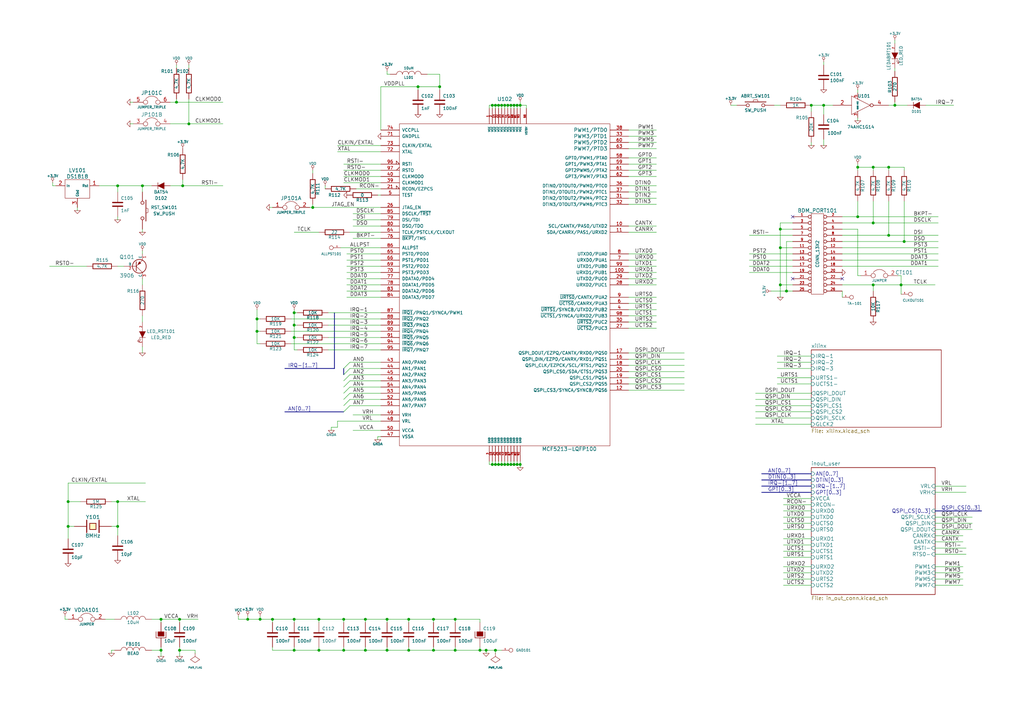
<source format=kicad_sch>
(kicad_sch (version 20210621) (generator eeschema)
  (paper "A3")
  (title_block (title "Dev kit coldfire 5213") (date "Sun 22 Mar 2015") (rev "0"))
  (junction (at 27.94 205.74) (diameter 1.016))
  (junction (at 27.94 215.9) (diameter 1.016))
  (junction (at 48.26 76.2) (diameter 1.016))
  (junction (at 48.26 205.74) (diameter 1.016))
  (junction (at 48.26 215.9) (diameter 1.016))
  (junction (at 58.42 76.2) (diameter 1.016))
  (junction (at 66.04 254) (diameter 1.016))
  (junction (at 66.04 266.7) (diameter 1.016))
  (junction (at 72.39 41.91) (diameter 1.016))
  (junction (at 73.66 254) (diameter 1.016))
  (junction (at 73.66 266.7) (diameter 1.016))
  (junction (at 74.93 76.2) (diameter 1.016))
  (junction (at 77.47 50.8) (diameter 1.016))
  (junction (at 101.6 254) (diameter 1.016))
  (junction (at 105.41 130.81) (diameter 1.016))
  (junction (at 105.41 135.89) (diameter 1.016))
  (junction (at 106.68 254) (diameter 1.016))
  (junction (at 111.76 254) (diameter 1.016))
  (junction (at 120.65 128.27) (diameter 1.016))
  (junction (at 120.65 133.35) (diameter 1.016))
  (junction (at 120.65 138.43) (diameter 1.016))
  (junction (at 120.65 254) (diameter 1.016))
  (junction (at 120.65 266.7) (diameter 1.016))
  (junction (at 128.27 85.09) (diameter 1.016))
  (junction (at 130.81 254) (diameter 1.016))
  (junction (at 130.81 266.7) (diameter 1.016))
  (junction (at 140.97 254) (diameter 1.016))
  (junction (at 140.97 266.7) (diameter 1.016))
  (junction (at 149.86 254) (diameter 1.016))
  (junction (at 149.86 266.7) (diameter 1.016))
  (junction (at 158.75 254) (diameter 1.016))
  (junction (at 158.75 266.7) (diameter 1.016))
  (junction (at 167.64 254) (diameter 1.016))
  (junction (at 167.64 266.7) (diameter 1.016))
  (junction (at 171.45 35.56) (diameter 1.016))
  (junction (at 177.8 254) (diameter 1.016))
  (junction (at 177.8 266.7) (diameter 1.016))
  (junction (at 180.34 35.56) (diameter 1.016))
  (junction (at 186.69 254) (diameter 1.016))
  (junction (at 186.69 266.7) (diameter 1.016))
  (junction (at 196.85 266.7) (diameter 1.016))
  (junction (at 199.39 266.7) (diameter 1.016))
  (junction (at 201.93 43.18) (diameter 1.016))
  (junction (at 201.93 190.5) (diameter 1.016))
  (junction (at 203.2 43.18) (diameter 1.016))
  (junction (at 203.2 190.5) (diameter 1.016))
  (junction (at 203.2 266.7) (diameter 1.016))
  (junction (at 204.47 43.18) (diameter 1.016))
  (junction (at 204.47 190.5) (diameter 1.016))
  (junction (at 205.74 43.18) (diameter 1.016))
  (junction (at 205.74 190.5) (diameter 1.016))
  (junction (at 207.01 43.18) (diameter 1.016))
  (junction (at 207.01 190.5) (diameter 1.016))
  (junction (at 208.28 43.18) (diameter 1.016))
  (junction (at 208.28 190.5) (diameter 1.016))
  (junction (at 209.55 43.18) (diameter 1.016))
  (junction (at 209.55 190.5) (diameter 1.016))
  (junction (at 210.82 43.18) (diameter 1.016))
  (junction (at 210.82 190.5) (diameter 1.016))
  (junction (at 212.09 43.18) (diameter 1.016))
  (junction (at 212.09 190.5) (diameter 1.016))
  (junction (at 213.36 43.18) (diameter 1.016))
  (junction (at 213.36 190.5) (diameter 1.016))
  (junction (at 320.04 93.98) (diameter 1.016))
  (junction (at 320.04 101.6) (diameter 1.016))
  (junction (at 320.04 116.84) (diameter 1.016))
  (junction (at 322.58 119.38) (diameter 1.016))
  (junction (at 332.74 43.18) (diameter 1.016))
  (junction (at 337.82 43.18) (diameter 1.016))
  (junction (at 351.79 68.58) (diameter 1.016))
  (junction (at 351.79 88.9) (diameter 1.016))
  (junction (at 358.14 68.58) (diameter 1.016))
  (junction (at 358.14 91.44) (diameter 1.016))
  (junction (at 358.14 116.84) (diameter 1.016))
  (junction (at 364.49 68.58) (diameter 1.016))
  (junction (at 364.49 96.52) (diameter 1.016))
  (junction (at 367.03 43.18) (diameter 1.016))
  (junction (at 369.57 116.84) (diameter 1.016))
  (junction (at 370.84 99.06) (diameter 1.016))
  (no_connect (at 325.12 88.9))
  (no_connect (at 325.12 114.3))
  (no_connect (at 345.44 114.3))
  (bus_entry (at 140.97 151.13) (size 2.54 -2.54) (stroke (width 0.1524)))
  (bus_entry (at 140.97 153.67) (size 2.54 -2.54) (stroke (width 0.1524)))
  (bus_entry (at 140.97 156.21) (size 2.54 -2.54) (stroke (width 0.1524)))
  (bus_entry (at 140.97 158.75) (size 2.54 -2.54) (stroke (width 0.1524)))
  (bus_entry (at 140.97 161.29) (size 2.54 -2.54) (stroke (width 0.1524)))
  (bus_entry (at 140.97 163.83) (size 2.54 -2.54) (stroke (width 0.1524)))
  (bus_entry (at 140.97 166.37) (size 2.54 -2.54) (stroke (width 0.1524)))
  (bus_entry (at 140.97 168.91) (size 2.54 -2.54) (stroke (width 0.1524)))
  (wire (pts (xy 21.59 74.93) (xy 21.59 76.2)))
  (wire (pts (xy 21.59 76.2) (xy 22.86 76.2)))
  (wire (pts (xy 26.67 254) (xy 26.67 252.73)))
  (wire (pts (xy 27.94 198.12) (xy 27.94 205.74)))
  (wire (pts (xy 27.94 205.74) (xy 27.94 215.9)))
  (wire (pts (xy 27.94 205.74) (xy 33.02 205.74)))
  (wire (pts (xy 27.94 215.9) (xy 27.94 220.98)))
  (wire (pts (xy 27.94 215.9) (xy 30.48 215.9)))
  (wire (pts (xy 27.94 254) (xy 26.67 254)))
  (wire (pts (xy 31.75 85.09) (xy 31.75 86.36)))
  (wire (pts (xy 35.56 109.22) (xy 20.32 109.22)))
  (wire (pts (xy 40.64 76.2) (xy 48.26 76.2)))
  (wire (pts (xy 43.18 254) (xy 46.99 254)))
  (wire (pts (xy 45.72 205.74) (xy 48.26 205.74)))
  (wire (pts (xy 45.72 215.9) (xy 48.26 215.9)))
  (wire (pts (xy 45.72 266.7) (xy 45.72 267.97)))
  (wire (pts (xy 46.99 266.7) (xy 45.72 266.7)))
  (wire (pts (xy 48.26 76.2) (xy 48.26 78.74)))
  (wire (pts (xy 48.26 76.2) (xy 58.42 76.2)))
  (wire (pts (xy 48.26 90.17) (xy 48.26 88.9)))
  (wire (pts (xy 48.26 109.22) (xy 50.8 109.22)))
  (wire (pts (xy 48.26 205.74) (xy 48.26 215.9)))
  (wire (pts (xy 48.26 205.74) (xy 59.69 205.74)))
  (wire (pts (xy 48.26 215.9) (xy 48.26 219.71)))
  (wire (pts (xy 54.61 41.91) (xy 53.34 41.91)))
  (wire (pts (xy 54.61 50.8) (xy 53.34 50.8)))
  (wire (pts (xy 58.42 76.2) (xy 62.23 76.2)))
  (wire (pts (xy 58.42 78.74) (xy 58.42 76.2)))
  (wire (pts (xy 58.42 95.25) (xy 58.42 93.98)))
  (wire (pts (xy 58.42 102.87) (xy 58.42 104.14)))
  (wire (pts (xy 58.42 114.3) (xy 58.42 116.84)))
  (wire (pts (xy 58.42 129.54) (xy 58.42 132.08)))
  (wire (pts (xy 58.42 142.24) (xy 58.42 144.78)))
  (wire (pts (xy 59.69 198.12) (xy 27.94 198.12)))
  (wire (pts (xy 62.23 254) (xy 66.04 254)))
  (wire (pts (xy 62.23 266.7) (xy 66.04 266.7)))
  (wire (pts (xy 66.04 254) (xy 73.66 254)))
  (wire (pts (xy 66.04 255.27) (xy 66.04 254)))
  (wire (pts (xy 66.04 265.43) (xy 66.04 266.7)))
  (wire (pts (xy 66.04 266.7) (xy 66.04 269.24)))
  (wire (pts (xy 69.85 41.91) (xy 72.39 41.91)))
  (wire (pts (xy 69.85 50.8) (xy 77.47 50.8)))
  (wire (pts (xy 69.85 76.2) (xy 74.93 76.2)))
  (wire (pts (xy 72.39 26.67) (xy 72.39 27.94)))
  (wire (pts (xy 72.39 40.64) (xy 72.39 41.91)))
  (wire (pts (xy 72.39 41.91) (xy 91.44 41.91)))
  (wire (pts (xy 73.66 254) (xy 73.66 255.27)))
  (wire (pts (xy 73.66 254) (xy 81.28 254)))
  (wire (pts (xy 73.66 265.43) (xy 73.66 266.7)))
  (wire (pts (xy 73.66 266.7) (xy 73.66 269.24)))
  (wire (pts (xy 74.93 73.66) (xy 74.93 76.2)))
  (wire (pts (xy 74.93 76.2) (xy 91.44 76.2)))
  (wire (pts (xy 77.47 27.94) (xy 77.47 26.67)))
  (wire (pts (xy 77.47 40.64) (xy 77.47 50.8)))
  (wire (pts (xy 77.47 50.8) (xy 91.44 50.8)))
  (wire (pts (xy 80.01 266.7) (xy 73.66 266.7)))
  (wire (pts (xy 80.01 267.97) (xy 80.01 266.7)))
  (wire (pts (xy 97.79 254) (xy 97.79 252.73)))
  (wire (pts (xy 97.79 254) (xy 101.6 254)))
  (wire (pts (xy 101.6 252.73) (xy 101.6 254)))
  (wire (pts (xy 101.6 254) (xy 106.68 254)))
  (wire (pts (xy 105.41 127) (xy 105.41 130.81)))
  (wire (pts (xy 105.41 130.81) (xy 105.41 135.89)))
  (wire (pts (xy 105.41 130.81) (xy 106.68 130.81)))
  (wire (pts (xy 105.41 135.89) (xy 105.41 140.97)))
  (wire (pts (xy 105.41 135.89) (xy 106.68 135.89)))
  (wire (pts (xy 105.41 140.97) (xy 106.68 140.97)))
  (wire (pts (xy 106.68 252.73) (xy 106.68 254)))
  (wire (pts (xy 106.68 254) (xy 111.76 254)))
  (wire (pts (xy 110.49 85.09) (xy 111.76 85.09)))
  (wire (pts (xy 111.76 254) (xy 111.76 255.27)))
  (wire (pts (xy 111.76 254) (xy 120.65 254)))
  (wire (pts (xy 111.76 265.43) (xy 111.76 266.7)))
  (wire (pts (xy 111.76 266.7) (xy 120.65 266.7)))
  (wire (pts (xy 119.38 130.81) (xy 156.21 130.81)))
  (wire (pts (xy 119.38 135.89) (xy 156.21 135.89)))
  (wire (pts (xy 119.38 140.97) (xy 156.21 140.97)))
  (wire (pts (xy 120.65 127) (xy 120.65 128.27)))
  (wire (pts (xy 120.65 128.27) (xy 120.65 133.35)))
  (wire (pts (xy 120.65 128.27) (xy 121.92 128.27)))
  (wire (pts (xy 120.65 133.35) (xy 120.65 138.43)))
  (wire (pts (xy 120.65 133.35) (xy 121.92 133.35)))
  (wire (pts (xy 120.65 138.43) (xy 120.65 143.51)))
  (wire (pts (xy 120.65 138.43) (xy 121.92 138.43)))
  (wire (pts (xy 120.65 143.51) (xy 121.92 143.51)))
  (wire (pts (xy 120.65 254) (xy 120.65 255.27)))
  (wire (pts (xy 120.65 254) (xy 130.81 254)))
  (wire (pts (xy 120.65 265.43) (xy 120.65 266.7)))
  (wire (pts (xy 120.65 266.7) (xy 130.81 266.7)))
  (wire (pts (xy 127 85.09) (xy 128.27 85.09)))
  (wire (pts (xy 128.27 69.85) (xy 128.27 71.12)))
  (wire (pts (xy 128.27 83.82) (xy 128.27 85.09)))
  (wire (pts (xy 128.27 85.09) (xy 156.21 85.09)))
  (wire (pts (xy 130.81 95.25) (xy 120.65 95.25)))
  (wire (pts (xy 130.81 254) (xy 130.81 255.27)))
  (wire (pts (xy 130.81 254) (xy 140.97 254)))
  (wire (pts (xy 130.81 266.7) (xy 130.81 265.43)))
  (wire (pts (xy 130.81 266.7) (xy 140.97 266.7)))
  (wire (pts (xy 133.35 77.47) (xy 133.35 76.2)))
  (wire (pts (xy 134.62 128.27) (xy 156.21 128.27)))
  (wire (pts (xy 134.62 133.35) (xy 156.21 133.35)))
  (wire (pts (xy 134.62 138.43) (xy 156.21 138.43)))
  (wire (pts (xy 134.62 143.51) (xy 156.21 143.51)))
  (wire (pts (xy 135.89 175.26) (xy 138.43 175.26)))
  (wire (pts (xy 135.89 176.53) (xy 135.89 175.26)))
  (wire (pts (xy 138.43 59.69) (xy 156.21 59.69)))
  (wire (pts (xy 138.43 62.23) (xy 156.21 62.23)))
  (wire (pts (xy 138.43 172.72) (xy 156.21 172.72)))
  (wire (pts (xy 138.43 175.26) (xy 138.43 172.72)))
  (wire (pts (xy 140.97 67.31) (xy 156.21 67.31)))
  (wire (pts (xy 140.97 69.85) (xy 156.21 69.85)))
  (wire (pts (xy 140.97 72.39) (xy 156.21 72.39)))
  (wire (pts (xy 140.97 74.93) (xy 156.21 74.93)))
  (wire (pts (xy 140.97 254) (xy 140.97 255.27)))
  (wire (pts (xy 140.97 254) (xy 149.86 254)))
  (wire (pts (xy 140.97 266.7) (xy 140.97 265.43)))
  (wire (pts (xy 140.97 266.7) (xy 149.86 266.7)))
  (wire (pts (xy 144.78 87.63) (xy 156.21 87.63)))
  (wire (pts (xy 144.78 90.17) (xy 156.21 90.17)))
  (wire (pts (xy 144.78 92.71) (xy 156.21 92.71)))
  (wire (pts (xy 144.78 97.79) (xy 156.21 97.79)))
  (wire (pts (xy 144.78 170.18) (xy 156.21 170.18)))
  (wire (pts (xy 149.86 254) (xy 149.86 255.27)))
  (wire (pts (xy 149.86 254) (xy 158.75 254)))
  (wire (pts (xy 149.86 266.7) (xy 149.86 265.43)))
  (wire (pts (xy 149.86 266.7) (xy 158.75 266.7)))
  (wire (pts (xy 154.94 179.07) (xy 154.94 180.34)))
  (wire (pts (xy 156.21 35.56) (xy 156.21 53.34)))
  (wire (pts (xy 156.21 35.56) (xy 171.45 35.56)))
  (wire (pts (xy 156.21 77.47) (xy 146.05 77.47)))
  (wire (pts (xy 156.21 80.01) (xy 154.94 80.01)))
  (wire (pts (xy 156.21 95.25) (xy 143.51 95.25)))
  (wire (pts (xy 156.21 101.6) (xy 139.7 101.6)))
  (wire (pts (xy 156.21 104.14) (xy 142.24 104.14)))
  (wire (pts (xy 156.21 106.68) (xy 142.24 106.68)))
  (wire (pts (xy 156.21 109.22) (xy 142.24 109.22)))
  (wire (pts (xy 156.21 111.76) (xy 142.24 111.76)))
  (wire (pts (xy 156.21 114.3) (xy 142.24 114.3)))
  (wire (pts (xy 156.21 116.84) (xy 142.24 116.84)))
  (wire (pts (xy 156.21 119.38) (xy 142.24 119.38)))
  (wire (pts (xy 156.21 121.92) (xy 142.24 121.92)))
  (wire (pts (xy 156.21 148.59) (xy 143.51 148.59)))
  (wire (pts (xy 156.21 151.13) (xy 143.51 151.13)))
  (wire (pts (xy 156.21 153.67) (xy 143.51 153.67)))
  (wire (pts (xy 156.21 156.21) (xy 143.51 156.21)))
  (wire (pts (xy 156.21 158.75) (xy 143.51 158.75)))
  (wire (pts (xy 156.21 161.29) (xy 143.51 161.29)))
  (wire (pts (xy 156.21 163.83) (xy 143.51 163.83)))
  (wire (pts (xy 156.21 166.37) (xy 143.51 166.37)))
  (wire (pts (xy 156.21 176.53) (xy 144.78 176.53)))
  (wire (pts (xy 156.21 179.07) (xy 154.94 179.07)))
  (wire (pts (xy 158.75 30.48) (xy 158.75 29.21)))
  (wire (pts (xy 158.75 254) (xy 158.75 255.27)))
  (wire (pts (xy 158.75 254) (xy 167.64 254)))
  (wire (pts (xy 158.75 266.7) (xy 158.75 265.43)))
  (wire (pts (xy 158.75 266.7) (xy 167.64 266.7)))
  (wire (pts (xy 160.02 30.48) (xy 158.75 30.48)))
  (wire (pts (xy 167.64 254) (xy 167.64 255.27)))
  (wire (pts (xy 167.64 254) (xy 177.8 254)))
  (wire (pts (xy 167.64 266.7) (xy 167.64 265.43)))
  (wire (pts (xy 167.64 266.7) (xy 177.8 266.7)))
  (wire (pts (xy 171.45 35.56) (xy 180.34 35.56)))
  (wire (pts (xy 171.45 36.83) (xy 171.45 35.56)))
  (wire (pts (xy 175.26 30.48) (xy 180.34 30.48)))
  (wire (pts (xy 177.8 254) (xy 177.8 255.27)))
  (wire (pts (xy 177.8 254) (xy 186.69 254)))
  (wire (pts (xy 177.8 266.7) (xy 177.8 265.43)))
  (wire (pts (xy 177.8 266.7) (xy 186.69 266.7)))
  (wire (pts (xy 180.34 30.48) (xy 180.34 35.56)))
  (wire (pts (xy 180.34 35.56) (xy 180.34 36.83)))
  (wire (pts (xy 186.69 254) (xy 196.85 254)))
  (wire (pts (xy 186.69 255.27) (xy 186.69 254)))
  (wire (pts (xy 186.69 266.7) (xy 186.69 265.43)))
  (wire (pts (xy 186.69 266.7) (xy 196.85 266.7)))
  (wire (pts (xy 196.85 254) (xy 196.85 255.27)))
  (wire (pts (xy 196.85 266.7) (xy 196.85 265.43)))
  (wire (pts (xy 196.85 266.7) (xy 199.39 266.7)))
  (wire (pts (xy 199.39 266.7) (xy 199.39 267.97)))
  (wire (pts (xy 199.39 266.7) (xy 203.2 266.7)))
  (wire (pts (xy 200.66 43.18) (xy 201.93 43.18)))
  (wire (pts (xy 200.66 44.45) (xy 200.66 43.18)))
  (wire (pts (xy 200.66 190.5) (xy 200.66 189.23)))
  (wire (pts (xy 200.66 190.5) (xy 201.93 190.5)))
  (wire (pts (xy 201.93 43.18) (xy 203.2 43.18)))
  (wire (pts (xy 201.93 44.45) (xy 201.93 43.18)))
  (wire (pts (xy 201.93 190.5) (xy 201.93 189.23)))
  (wire (pts (xy 201.93 190.5) (xy 203.2 190.5)))
  (wire (pts (xy 203.2 43.18) (xy 203.2 44.45)))
  (wire (pts (xy 203.2 43.18) (xy 204.47 43.18)))
  (wire (pts (xy 203.2 190.5) (xy 203.2 189.23)))
  (wire (pts (xy 203.2 190.5) (xy 204.47 190.5)))
  (wire (pts (xy 203.2 266.7) (xy 205.74 266.7)))
  (wire (pts (xy 203.2 267.97) (xy 203.2 266.7)))
  (wire (pts (xy 204.47 43.18) (xy 204.47 44.45)))
  (wire (pts (xy 204.47 43.18) (xy 205.74 43.18)))
  (wire (pts (xy 204.47 190.5) (xy 204.47 189.23)))
  (wire (pts (xy 204.47 190.5) (xy 205.74 190.5)))
  (wire (pts (xy 205.74 43.18) (xy 205.74 44.45)))
  (wire (pts (xy 205.74 43.18) (xy 207.01 43.18)))
  (wire (pts (xy 205.74 190.5) (xy 205.74 189.23)))
  (wire (pts (xy 205.74 190.5) (xy 207.01 190.5)))
  (wire (pts (xy 207.01 43.18) (xy 207.01 44.45)))
  (wire (pts (xy 207.01 43.18) (xy 208.28 43.18)))
  (wire (pts (xy 207.01 190.5) (xy 207.01 189.23)))
  (wire (pts (xy 207.01 190.5) (xy 208.28 190.5)))
  (wire (pts (xy 208.28 43.18) (xy 208.28 44.45)))
  (wire (pts (xy 208.28 43.18) (xy 209.55 43.18)))
  (wire (pts (xy 208.28 190.5) (xy 208.28 189.23)))
  (wire (pts (xy 208.28 190.5) (xy 209.55 190.5)))
  (wire (pts (xy 209.55 43.18) (xy 209.55 44.45)))
  (wire (pts (xy 209.55 43.18) (xy 210.82 43.18)))
  (wire (pts (xy 209.55 190.5) (xy 209.55 189.23)))
  (wire (pts (xy 209.55 190.5) (xy 210.82 190.5)))
  (wire (pts (xy 210.82 43.18) (xy 210.82 44.45)))
  (wire (pts (xy 210.82 43.18) (xy 212.09 43.18)))
  (wire (pts (xy 210.82 190.5) (xy 210.82 189.23)))
  (wire (pts (xy 210.82 190.5) (xy 212.09 190.5)))
  (wire (pts (xy 212.09 43.18) (xy 212.09 44.45)))
  (wire (pts (xy 212.09 43.18) (xy 213.36 43.18)))
  (wire (pts (xy 212.09 190.5) (xy 212.09 189.23)))
  (wire (pts (xy 212.09 190.5) (xy 213.36 190.5)))
  (wire (pts (xy 213.36 41.91) (xy 213.36 43.18)))
  (wire (pts (xy 213.36 43.18) (xy 213.36 44.45)))
  (wire (pts (xy 213.36 43.18) (xy 215.9 43.18)))
  (wire (pts (xy 213.36 189.23) (xy 213.36 190.5)))
  (wire (pts (xy 213.36 190.5) (xy 213.36 191.77)))
  (wire (pts (xy 215.9 43.18) (xy 215.9 44.45)))
  (wire (pts (xy 257.81 144.78) (xy 280.67 144.78)))
  (wire (pts (xy 257.81 147.32) (xy 280.67 147.32)))
  (wire (pts (xy 257.81 149.86) (xy 280.67 149.86)))
  (wire (pts (xy 257.81 152.4) (xy 280.67 152.4)))
  (wire (pts (xy 257.81 154.94) (xy 280.67 154.94)))
  (wire (pts (xy 257.81 157.48) (xy 280.67 157.48)))
  (wire (pts (xy 257.81 160.02) (xy 280.67 160.02)))
  (wire (pts (xy 269.24 53.34) (xy 257.81 53.34)))
  (wire (pts (xy 269.24 55.88) (xy 257.81 55.88)))
  (wire (pts (xy 269.24 58.42) (xy 257.81 58.42)))
  (wire (pts (xy 269.24 60.96) (xy 257.81 60.96)))
  (wire (pts (xy 269.24 64.77) (xy 257.81 64.77)))
  (wire (pts (xy 269.24 67.31) (xy 257.81 67.31)))
  (wire (pts (xy 269.24 69.85) (xy 257.81 69.85)))
  (wire (pts (xy 269.24 72.39) (xy 257.81 72.39)))
  (wire (pts (xy 269.24 76.2) (xy 257.81 76.2)))
  (wire (pts (xy 269.24 78.74) (xy 257.81 78.74)))
  (wire (pts (xy 269.24 81.28) (xy 257.81 81.28)))
  (wire (pts (xy 269.24 83.82) (xy 257.81 83.82)))
  (wire (pts (xy 269.24 92.71) (xy 257.81 92.71)))
  (wire (pts (xy 269.24 95.25) (xy 257.81 95.25)))
  (wire (pts (xy 269.24 104.14) (xy 257.81 104.14)))
  (wire (pts (xy 269.24 106.68) (xy 257.81 106.68)))
  (wire (pts (xy 269.24 109.22) (xy 257.81 109.22)))
  (wire (pts (xy 269.24 111.76) (xy 257.81 111.76)))
  (wire (pts (xy 269.24 114.3) (xy 257.81 114.3)))
  (wire (pts (xy 269.24 116.84) (xy 257.81 116.84)))
  (wire (pts (xy 269.24 121.92) (xy 257.81 121.92)))
  (wire (pts (xy 269.24 124.46) (xy 257.81 124.46)))
  (wire (pts (xy 269.24 127) (xy 257.81 127)))
  (wire (pts (xy 269.24 129.54) (xy 257.81 129.54)))
  (wire (pts (xy 269.24 132.08) (xy 257.81 132.08)))
  (wire (pts (xy 269.24 134.62) (xy 257.81 134.62)))
  (wire (pts (xy 299.72 43.18) (xy 302.26 43.18)))
  (wire (pts (xy 307.34 96.52) (xy 325.12 96.52)))
  (wire (pts (xy 309.88 173.99) (xy 332.74 173.99)))
  (wire (pts (xy 316.23 119.38) (xy 322.58 119.38)))
  (wire (pts (xy 317.5 43.18) (xy 320.04 43.18)))
  (wire (pts (xy 318.77 146.05) (xy 332.74 146.05)))
  (wire (pts (xy 318.77 148.59) (xy 332.74 148.59)))
  (wire (pts (xy 318.77 151.13) (xy 332.74 151.13)))
  (wire (pts (xy 318.77 154.94) (xy 332.74 154.94)))
  (wire (pts (xy 318.77 157.48) (xy 332.74 157.48)))
  (wire (pts (xy 320.04 91.44) (xy 320.04 93.98)))
  (wire (pts (xy 320.04 91.44) (xy 325.12 91.44)))
  (wire (pts (xy 320.04 93.98) (xy 320.04 101.6)))
  (wire (pts (xy 320.04 101.6) (xy 320.04 116.84)))
  (wire (pts (xy 320.04 101.6) (xy 325.12 101.6)))
  (wire (pts (xy 320.04 116.84) (xy 320.04 121.92)))
  (wire (pts (xy 320.04 116.84) (xy 325.12 116.84)))
  (wire (pts (xy 321.31 204.47) (xy 332.74 204.47)))
  (wire (pts (xy 321.31 207.01) (xy 332.74 207.01)))
  (wire (pts (xy 322.58 99.06) (xy 322.58 119.38)))
  (wire (pts (xy 322.58 119.38) (xy 325.12 119.38)))
  (wire (pts (xy 325.12 93.98) (xy 320.04 93.98)))
  (wire (pts (xy 325.12 99.06) (xy 322.58 99.06)))
  (wire (pts (xy 325.12 104.14) (xy 307.34 104.14)))
  (wire (pts (xy 325.12 106.68) (xy 307.34 106.68)))
  (wire (pts (xy 325.12 109.22) (xy 307.34 109.22)))
  (wire (pts (xy 325.12 111.76) (xy 307.34 111.76)))
  (wire (pts (xy 332.74 43.18) (xy 332.74 45.72)))
  (wire (pts (xy 332.74 43.18) (xy 337.82 43.18)))
  (wire (pts (xy 332.74 59.69) (xy 332.74 58.42)))
  (wire (pts (xy 332.74 161.29) (xy 309.88 161.29)))
  (wire (pts (xy 332.74 163.83) (xy 309.88 163.83)))
  (wire (pts (xy 332.74 166.37) (xy 309.88 166.37)))
  (wire (pts (xy 332.74 168.91) (xy 309.88 168.91)))
  (wire (pts (xy 332.74 171.45) (xy 309.88 171.45)))
  (wire (pts (xy 332.74 209.55) (xy 321.31 209.55)))
  (wire (pts (xy 332.74 212.09) (xy 321.31 212.09)))
  (wire (pts (xy 332.74 214.63) (xy 321.31 214.63)))
  (wire (pts (xy 332.74 217.17) (xy 321.31 217.17)))
  (wire (pts (xy 332.74 220.98) (xy 321.31 220.98)))
  (wire (pts (xy 332.74 223.52) (xy 321.31 223.52)))
  (wire (pts (xy 332.74 226.06) (xy 321.31 226.06)))
  (wire (pts (xy 332.74 228.6) (xy 321.31 228.6)))
  (wire (pts (xy 332.74 232.41) (xy 321.31 232.41)))
  (wire (pts (xy 332.74 234.95) (xy 321.31 234.95)))
  (wire (pts (xy 332.74 237.49) (xy 321.31 237.49)))
  (wire (pts (xy 332.74 240.03) (xy 321.31 240.03)))
  (wire (pts (xy 337.82 25.4) (xy 337.82 26.67)))
  (wire (pts (xy 337.82 43.18) (xy 341.63 43.18)))
  (wire (pts (xy 337.82 46.99) (xy 337.82 43.18)))
  (wire (pts (xy 337.82 59.69) (xy 337.82 57.15)))
  (wire (pts (xy 345.44 88.9) (xy 351.79 88.9)))
  (wire (pts (xy 345.44 91.44) (xy 358.14 91.44)))
  (wire (pts (xy 345.44 93.98) (xy 351.79 93.98)))
  (wire (pts (xy 345.44 96.52) (xy 364.49 96.52)))
  (wire (pts (xy 345.44 99.06) (xy 370.84 99.06)))
  (wire (pts (xy 345.44 116.84) (xy 358.14 116.84)))
  (wire (pts (xy 345.44 119.38) (xy 345.44 121.92)))
  (wire (pts (xy 351.79 36.83) (xy 351.79 38.1)))
  (wire (pts (xy 351.79 49.53) (xy 351.79 48.26)))
  (wire (pts (xy 351.79 67.31) (xy 351.79 68.58)))
  (wire (pts (xy 351.79 68.58) (xy 351.79 69.85)))
  (wire (pts (xy 351.79 68.58) (xy 358.14 68.58)))
  (wire (pts (xy 351.79 82.55) (xy 351.79 88.9)))
  (wire (pts (xy 351.79 88.9) (xy 384.81 88.9)))
  (wire (pts (xy 351.79 93.98) (xy 351.79 113.03)))
  (wire (pts (xy 353.06 113.03) (xy 351.79 113.03)))
  (wire (pts (xy 358.14 68.58) (xy 358.14 69.85)))
  (wire (pts (xy 358.14 68.58) (xy 364.49 68.58)))
  (wire (pts (xy 358.14 82.55) (xy 358.14 91.44)))
  (wire (pts (xy 358.14 91.44) (xy 384.81 91.44)))
  (wire (pts (xy 358.14 116.84) (xy 358.14 119.38)))
  (wire (pts (xy 358.14 116.84) (xy 369.57 116.84)))
  (wire (pts (xy 364.49 43.18) (xy 367.03 43.18)))
  (wire (pts (xy 364.49 68.58) (xy 364.49 69.85)))
  (wire (pts (xy 364.49 68.58) (xy 370.84 68.58)))
  (wire (pts (xy 364.49 82.55) (xy 364.49 96.52)))
  (wire (pts (xy 364.49 96.52) (xy 384.81 96.52)))
  (wire (pts (xy 367.03 16.51) (xy 367.03 17.78)))
  (wire (pts (xy 367.03 29.21) (xy 367.03 27.94)))
  (wire (pts (xy 367.03 41.91) (xy 367.03 43.18)))
  (wire (pts (xy 367.03 43.18) (xy 372.11 43.18)))
  (wire (pts (xy 369.57 113.03) (xy 368.3 113.03)))
  (wire (pts (xy 369.57 113.03) (xy 369.57 116.84)))
  (wire (pts (xy 369.57 116.84) (xy 369.57 120.65)))
  (wire (pts (xy 369.57 116.84) (xy 383.54 116.84)))
  (wire (pts (xy 370.84 68.58) (xy 370.84 69.85)))
  (wire (pts (xy 370.84 82.55) (xy 370.84 99.06)))
  (wire (pts (xy 370.84 99.06) (xy 384.81 99.06)))
  (wire (pts (xy 383.54 212.09) (xy 398.78 212.09)))
  (wire (pts (xy 383.54 214.63) (xy 398.78 214.63)))
  (wire (pts (xy 383.54 217.17) (xy 398.78 217.17)))
  (wire (pts (xy 383.54 224.79) (xy 396.24 224.79)))
  (wire (pts (xy 383.54 227.33) (xy 396.24 227.33)))
  (wire (pts (xy 384.81 101.6) (xy 345.44 101.6)))
  (wire (pts (xy 384.81 104.14) (xy 345.44 104.14)))
  (wire (pts (xy 384.81 106.68) (xy 345.44 106.68)))
  (wire (pts (xy 384.81 109.22) (xy 345.44 109.22)))
  (wire (pts (xy 391.16 43.18) (xy 379.73 43.18)))
  (wire (pts (xy 394.97 219.71) (xy 383.54 219.71)))
  (wire (pts (xy 394.97 222.25) (xy 383.54 222.25)))
  (wire (pts (xy 394.97 232.41) (xy 383.54 232.41)))
  (wire (pts (xy 394.97 234.95) (xy 383.54 234.95)))
  (wire (pts (xy 394.97 237.49) (xy 383.54 237.49)))
  (wire (pts (xy 394.97 240.03) (xy 383.54 240.03)))
  (wire (pts (xy 396.24 199.39) (xy 383.54 199.39)))
  (wire (pts (xy 396.24 201.93) (xy 383.54 201.93)))
  (bus (pts (xy 137.16 128.27) (xy 137.16 151.13)))
  (bus (pts (xy 137.16 151.13) (xy 116.84 151.13)))
  (bus (pts (xy 140.97 151.13) (xy 140.97 168.91)))
  (bus (pts (xy 140.97 168.91) (xy 116.84 168.91)))
  (bus (pts (xy 312.42 194.31) (xy 332.74 194.31)))
  (bus (pts (xy 312.42 196.85) (xy 332.74 196.85)))
  (bus (pts (xy 312.42 199.39) (xy 332.74 199.39)))
  (bus (pts (xy 312.42 201.93) (xy 332.74 201.93)))
  (bus (pts (xy 402.59 209.55) (xy 383.54 209.55)))
  (label "CLKIN/EXTAL" (at 29.21 198.12 0) (effects (font (size 1.524 1.524))))
  (label "RSTO-" (at 30.48 109.22 180) (effects (font (size 1.524 1.524))))
  (label "XTAL" (at 52.07 205.74 0) (effects (font (size 1.524 1.524))))
  (label "VCCA" (at 67.31 254 0) (effects (font (size 1.524 1.524))))
  (label "CLKMOD0" (at 80.01 41.91 0) (effects (font (size 1.524 1.524))))
  (label "CLKMOD1" (at 80.01 50.8 0) (effects (font (size 1.524 1.524))))
  (label "VRH" (at 81.28 254 180) (effects (font (size 1.524 1.524))))
  (label "RSTI-" (at 82.55 76.2 0) (effects (font (size 1.524 1.524))))
  (label "IRQ-[1..7]" (at 118.11 151.13 0) (effects (font (size 1.524 1.524))))
  (label "AN[0..7]" (at 118.11 168.91 0) (effects (font (size 1.524 1.524))))
  (label "TCLK" (at 121.92 95.25 0) (effects (font (size 1.524 1.524))))
  (label "JTAG_EN" (at 135.89 85.09 0) (effects (font (size 1.524 1.524))))
  (label "CLKIN/EXTAL" (at 138.43 59.69 0) (effects (font (size 1.524 1.524))))
  (label "XTAL" (at 138.43 62.23 0) (effects (font (size 1.524 1.524))))
  (label "CLKMOD0" (at 140.97 72.39 0) (effects (font (size 1.524 1.524))))
  (label "CLKMOD1" (at 140.97 74.93 0) (effects (font (size 1.524 1.524))))
  (label "RSTI-" (at 142.24 67.31 0) (effects (font (size 1.524 1.524))))
  (label "RSTO-" (at 142.24 69.85 0) (effects (font (size 1.524 1.524))))
  (label "ALLPST" (at 143.51 101.6 0) (effects (font (size 1.524 1.524))))
  (label "PST0" (at 143.51 104.14 0) (effects (font (size 1.524 1.524))))
  (label "PST1" (at 143.51 106.68 0) (effects (font (size 1.524 1.524))))
  (label "PST2" (at 143.51 109.22 0) (effects (font (size 1.524 1.524))))
  (label "PST3" (at 143.51 111.76 0) (effects (font (size 1.524 1.524))))
  (label "DDAT0" (at 143.51 114.3 0) (effects (font (size 1.524 1.524))))
  (label "DDAT1" (at 143.51 116.84 0) (effects (font (size 1.524 1.524))))
  (label "DDAT2" (at 143.51 119.38 0) (effects (font (size 1.524 1.524))))
  (label "DDAT3" (at 143.51 121.92 0) (effects (font (size 1.524 1.524))))
  (label "IRQ-1" (at 143.51 128.27 0) (effects (font (size 1.524 1.524))))
  (label "IRQ-2" (at 143.51 130.81 0) (effects (font (size 1.524 1.524))))
  (label "IRQ-3" (at 143.51 133.35 0) (effects (font (size 1.524 1.524))))
  (label "IRQ-4" (at 143.51 135.89 0) (effects (font (size 1.524 1.524))))
  (label "IRQ-5" (at 143.51 138.43 0) (effects (font (size 1.524 1.524))))
  (label "IRQ-6" (at 143.51 140.97 0) (effects (font (size 1.524 1.524))))
  (label "IRQ-7" (at 143.51 143.51 0) (effects (font (size 1.524 1.524))))
  (label "AN0" (at 144.78 148.59 0) (effects (font (size 1.524 1.524))))
  (label "AN1" (at 144.78 151.13 0) (effects (font (size 1.524 1.524))))
  (label "AN2" (at 144.78 153.67 0) (effects (font (size 1.524 1.524))))
  (label "AN3" (at 144.78 156.21 0) (effects (font (size 1.524 1.524))))
  (label "AN4" (at 144.78 158.75 0) (effects (font (size 1.524 1.524))))
  (label "AN5" (at 144.78 161.29 0) (effects (font (size 1.524 1.524))))
  (label "AN6" (at 144.78 163.83 0) (effects (font (size 1.524 1.524))))
  (label "AN7" (at 144.78 166.37 0) (effects (font (size 1.524 1.524))))
  (label "DSCLK" (at 146.05 87.63 0) (effects (font (size 1.524 1.524))))
  (label "DSI" (at 146.05 90.17 0) (effects (font (size 1.524 1.524))))
  (label "DSO" (at 146.05 92.71 0) (effects (font (size 1.524 1.524))))
  (label "BKPT-" (at 146.05 97.79 0) (effects (font (size 1.524 1.524))))
  (label "RCON-" (at 147.32 77.47 0) (effects (font (size 1.524 1.524))))
  (label "VCCA" (at 147.32 176.53 0) (effects (font (size 1.524 1.524))))
  (label "VRH" (at 148.59 170.18 0) (effects (font (size 1.524 1.524))))
  (label "VRL" (at 148.59 172.72 0) (effects (font (size 1.524 1.524))))
  (label "VDDPLL" (at 157.48 35.56 0) (effects (font (size 1.524 1.524))))
  (label "DTIN0" (at 260.35 76.2 0) (effects (font (size 1.524 1.524))))
  (label "DTIN1" (at 260.35 78.74 0) (effects (font (size 1.524 1.524))))
  (label "DTIN2" (at 260.35 81.28 0) (effects (font (size 1.524 1.524))))
  (label "DTIN3" (at 260.35 83.82 0) (effects (font (size 1.524 1.524))))
  (label "CANTX" (at 260.35 92.71 0) (effects (font (size 1.524 1.524))))
  (label "CANRX" (at 260.35 95.25 0) (effects (font (size 1.524 1.524))))
  (label "UTXD0" (at 260.35 104.14 0) (effects (font (size 1.524 1.524))))
  (label "URXD0" (at 260.35 106.68 0) (effects (font (size 1.524 1.524))))
  (label "UTXD1" (at 260.35 109.22 0) (effects (font (size 1.524 1.524))))
  (label "URXD1" (at 260.35 111.76 0) (effects (font (size 1.524 1.524))))
  (label "UTXD2" (at 260.35 114.3 0) (effects (font (size 1.524 1.524))))
  (label "URXD2" (at 260.35 116.84 0) (effects (font (size 1.524 1.524))))
  (label "URTS0" (at 260.35 121.92 0) (effects (font (size 1.524 1.524))))
  (label "UCTS0" (at 260.35 124.46 0) (effects (font (size 1.524 1.524))))
  (label "URTS1" (at 260.35 127 0) (effects (font (size 1.524 1.524))))
  (label "UCTS1" (at 260.35 129.54 0) (effects (font (size 1.524 1.524))))
  (label "URTS2" (at 260.35 132.08 0) (effects (font (size 1.524 1.524))))
  (label "UCTS2" (at 260.35 134.62 0) (effects (font (size 1.524 1.524))))
  (label "DSPI_DOUT" (at 260.35 144.78 0) (effects (font (size 1.524 1.524))))
  (label "QSPI_DIN" (at 260.35 147.32 0) (effects (font (size 1.524 1.524))))
  (label "QSPI_CLK" (at 260.35 149.86 0) (effects (font (size 1.524 1.524))))
  (label "QSPI_CS0" (at 260.35 152.4 0) (effects (font (size 1.524 1.524))))
  (label "QSPI_CS1" (at 260.35 154.94 0) (effects (font (size 1.524 1.524))))
  (label "QSPI_CS2" (at 260.35 157.48 0) (effects (font (size 1.524 1.524))))
  (label "QSPI_CS3" (at 260.35 160.02 0) (effects (font (size 1.524 1.524))))
  (label "PWM1" (at 261.62 53.34 0) (effects (font (size 1.524 1.524))))
  (label "PWM3" (at 261.62 55.88 0) (effects (font (size 1.524 1.524))))
  (label "PWM5" (at 261.62 58.42 0) (effects (font (size 1.524 1.524))))
  (label "PWM7" (at 261.62 60.96 0) (effects (font (size 1.524 1.524))))
  (label "GPT0" (at 261.62 64.77 0) (effects (font (size 1.524 1.524))))
  (label "GPT1" (at 261.62 67.31 0) (effects (font (size 1.524 1.524))))
  (label "GPT2" (at 261.62 69.85 0) (effects (font (size 1.524 1.524))))
  (label "GPT3" (at 261.62 72.39 0) (effects (font (size 1.524 1.524))))
  (label "RSTI-" (at 308.61 96.52 0) (effects (font (size 1.524 1.524))))
  (label "PST2" (at 308.61 104.14 0) (effects (font (size 1.524 1.524))))
  (label "PST0" (at 308.61 106.68 0) (effects (font (size 1.524 1.524))))
  (label "DDAT2" (at 308.61 109.22 0) (effects (font (size 1.524 1.524))))
  (label "DDAT0" (at 308.61 111.76 0) (effects (font (size 1.524 1.524))))
  (label "DSPI_DOUT" (at 313.69 161.29 0) (effects (font (size 1.524 1.524))))
  (label "QSPI_DIN" (at 313.69 163.83 0) (effects (font (size 1.524 1.524))))
  (label "QSPI_CS1" (at 313.69 166.37 0) (effects (font (size 1.524 1.524))))
  (label "QSPI_CS2" (at 313.69 168.91 0) (effects (font (size 1.524 1.524))))
  (label "QSPI_CLK" (at 313.69 171.45 0) (effects (font (size 1.524 1.524))))
  (label "AN[0..7]" (at 314.96 194.31 0) (effects (font (size 1.524 1.524))))
  (label "DTIN[0..3]" (at 314.96 196.85 0) (effects (font (size 1.524 1.524))))
  (label "IRQ-[1..7]" (at 314.96 199.39 0) (effects (font (size 1.524 1.524))))
  (label "GPT[0..3]" (at 314.96 201.93 0) (effects (font (size 1.524 1.524))))
  (label "XTAL" (at 316.23 173.99 0) (effects (font (size 1.524 1.524))))
  (label "URTS1" (at 320.04 154.94 0) (effects (font (size 1.524 1.524))))
  (label "UCTS1" (at 320.04 157.48 0) (effects (font (size 1.524 1.524))))
  (label "IRQ-1" (at 321.31 146.05 0) (effects (font (size 1.524 1.524))))
  (label "IRQ-2" (at 321.31 148.59 0) (effects (font (size 1.524 1.524))))
  (label "IRQ-3" (at 321.31 151.13 0) (effects (font (size 1.524 1.524))))
  (label "VCCA" (at 322.58 204.47 0) (effects (font (size 1.524 1.524))))
  (label "RCON-" (at 322.58 207.01 0) (effects (font (size 1.524 1.524))))
  (label "URXD0" (at 322.58 209.55 0) (effects (font (size 1.524 1.524))))
  (label "UTXD0" (at 322.58 212.09 0) (effects (font (size 1.524 1.524))))
  (label "UCTS0" (at 322.58 214.63 0) (effects (font (size 1.524 1.524))))
  (label "URTS0" (at 322.58 217.17 0) (effects (font (size 1.524 1.524))))
  (label "URXD1" (at 322.58 220.98 0) (effects (font (size 1.524 1.524))))
  (label "UTXD1" (at 322.58 223.52 0) (effects (font (size 1.524 1.524))))
  (label "UCTS1" (at 322.58 226.06 0) (effects (font (size 1.524 1.524))))
  (label "URTS1" (at 322.58 228.6 0) (effects (font (size 1.524 1.524))))
  (label "URXD2" (at 322.58 232.41 0) (effects (font (size 1.524 1.524))))
  (label "UTXD2" (at 322.58 234.95 0) (effects (font (size 1.524 1.524))))
  (label "URTS2" (at 322.58 237.49 0) (effects (font (size 1.524 1.524))))
  (label "UCTS2" (at 322.58 240.03 0) (effects (font (size 1.524 1.524))))
  (label "DDAT3" (at 373.38 106.68 0) (effects (font (size 1.524 1.524))))
  (label "DDAT1" (at 373.38 109.22 0) (effects (font (size 1.524 1.524))))
  (label "BKPT-" (at 374.65 88.9 0) (effects (font (size 1.524 1.524))))
  (label "DSCLK" (at 374.65 91.44 0) (effects (font (size 1.524 1.524))))
  (label "DSI" (at 374.65 96.52 0) (effects (font (size 1.524 1.524))))
  (label "DSO" (at 374.65 99.06 0) (effects (font (size 1.524 1.524))))
  (label "PST3" (at 374.65 101.6 0) (effects (font (size 1.524 1.524))))
  (label "PST1" (at 374.65 104.14 0) (effects (font (size 1.524 1.524))))
  (label "TCLK" (at 374.65 116.84 0) (effects (font (size 1.524 1.524))))
  (label "VRL" (at 386.08 199.39 0) (effects (font (size 1.524 1.524))))
  (label "VRH" (at 386.08 201.93 0) (effects (font (size 1.524 1.524))))
  (label "QSPI_CS[0..3]" (at 386.08 209.55 0) (effects (font (size 1.524 1.524))))
  (label "QSPI_CLK" (at 386.08 212.09 0) (effects (font (size 1.524 1.524))))
  (label "QSPI_DIN" (at 386.08 214.63 0) (effects (font (size 1.524 1.524))))
  (label "DSPI_DOUT" (at 386.08 217.17 0) (effects (font (size 1.524 1.524))))
  (label "CANRX" (at 386.08 219.71 0) (effects (font (size 1.524 1.524))))
  (label "CANTX" (at 386.08 222.25 0) (effects (font (size 1.524 1.524))))
  (label "RSTI-" (at 387.35 224.79 0) (effects (font (size 1.524 1.524))))
  (label "RSTO-" (at 387.35 227.33 0) (effects (font (size 1.524 1.524))))
  (label "PWM1" (at 387.35 232.41 0) (effects (font (size 1.524 1.524))))
  (label "PWM3" (at 387.35 234.95 0) (effects (font (size 1.524 1.524))))
  (label "PWM5" (at 387.35 237.49 0) (effects (font (size 1.524 1.524))))
  (label "PWM7" (at 387.35 240.03 0) (effects (font (size 1.524 1.524))))
  (label "IRQ-7" (at 391.16 43.18 180) (effects (font (size 1.524 1.524))))
  (symbol (lib_id "kit-coldfire_schlib:VCC") (at 97.79 252.73 0) (unit 1)
    (property "Reference" "#PWR0142" (effects hide))
    (property "Value" "VCC" (at 97.79 250.19 0) (effects (font (size 1.016 1.016))))
  )
  (symbol (lib_id "kit-coldfire_schlib:+3.3V") (at 21.59 74.93 0) (unit 1)
    (property "Reference" "#PWR0121" (effects hide))
    (property "Value" "+3.3V" (at 21.59 72.136 0) (effects (font (size 1.016 1.016))))
  )
  (symbol (lib_id "kit-coldfire_schlib:+3.3V") (at 26.67 252.73 0) (unit 1)
    (property "Reference" "#PWR0141" (effects hide))
    (property "Value" "+3.3V" (at 26.67 249.936 0) (effects (font (size 1.016 1.016))))
  )
  (symbol (lib_id "kit-coldfire_schlib:VDD") (at 58.42 102.87 0) (mirror y) (unit 1)
    (property "Reference" "#PWR0128" (effects hide))
    (property "Value" "VDD" (at 58.42 100.076 0) (effects (font (size 1.016 1.016))))
  )
  (symbol (lib_id "kit-coldfire_schlib:VDD") (at 72.39 26.67 0) (unit 1)
    (property "Reference" "#PWR0103" (effects hide))
    (property "Value" "VDD" (at 72.39 23.876 0) (effects (font (size 1.016 1.016))))
  )
  (symbol (lib_id "kit-coldfire_schlib:+3.3V") (at 74.93 60.96 0) (unit 1)
    (property "Reference" "#PWR0118" (effects hide))
    (property "Value" "+3.3V" (at 74.93 58.166 0) (effects (font (size 1.016 1.016))))
  )
  (symbol (lib_id "kit-coldfire_schlib:VDD") (at 77.47 26.67 0) (unit 1)
    (property "Reference" "#PWR0104" (effects hide))
    (property "Value" "VDD" (at 77.47 23.876 0) (effects (font (size 1.016 1.016))))
  )
  (symbol (lib_id "kit-coldfire_schlib:+3.3V") (at 101.6 252.73 0) (unit 1)
    (property "Reference" "#PWR0143" (effects hide))
    (property "Value" "+3.3V" (at 101.6 249.936 0) (effects (font (size 1.016 1.016))))
  )
  (symbol (lib_id "kit-coldfire_schlib:VDD") (at 105.41 127 0) (unit 1)
    (property "Reference" "#PWR0132" (effects hide))
    (property "Value" "VDD" (at 105.41 124.206 0) (effects (font (size 1.016 1.016))))
  )
  (symbol (lib_id "kit-coldfire_schlib:VDD") (at 106.68 252.73 0) (unit 1)
    (property "Reference" "#PWR0144" (effects hide))
    (property "Value" "VDD" (at 106.68 249.936 0) (effects (font (size 1.016 1.016))))
  )
  (symbol (lib_id "kit-coldfire_schlib:VDD") (at 120.65 127 0) (unit 1)
    (property "Reference" "#PWR0133" (effects hide))
    (property "Value" "VDD" (at 120.65 124.206 0) (effects (font (size 1.016 1.016))))
  )
  (symbol (lib_id "kit-coldfire_schlib:VDD") (at 128.27 69.85 0) (unit 1)
    (property "Reference" "#PWR0120" (effects hide))
    (property "Value" "VDD" (at 128.27 67.056 0) (effects (font (size 1.016 1.016))))
  )
  (symbol (lib_id "kit-coldfire_schlib:VDD") (at 133.35 76.2 0) (unit 1)
    (property "Reference" "#PWR0122" (effects hide))
    (property "Value" "VDD" (at 133.35 73.406 0) (effects (font (size 1.016 1.016))))
  )
  (symbol (lib_id "kit-coldfire_schlib:+3.3V") (at 158.75 29.21 0) (unit 1)
    (property "Reference" "#PWR0105" (effects hide))
    (property "Value" "+3.3V" (at 158.75 26.416 0) (effects (font (size 1.016 1.016))))
  )
  (symbol (lib_id "kit-coldfire_schlib:VDD") (at 213.36 41.91 0) (unit 1)
    (property "Reference" "#PWR0109" (effects hide))
    (property "Value" "VDD" (at 213.36 39.116 0) (effects (font (size 1.016 1.016))))
  )
  (symbol (lib_id "kit-coldfire_schlib:+3.3V") (at 299.72 43.18 0) (mirror y) (unit 1)
    (property "Reference" "#PWR0110" (effects hide))
    (property "Value" "+3.3V" (at 299.72 40.386 0) (effects (font (size 1.016 1.016))))
  )
  (symbol (lib_id "kit-coldfire_schlib:+3.3V") (at 316.23 119.38 90) (unit 1)
    (property "Reference" "#PWR0130" (effects hide))
    (property "Value" "+3.3V" (at 313.436 119.38 0) (effects (font (size 1.016 1.016))))
  )
  (symbol (lib_id "kit-coldfire_schlib:+3.3V") (at 337.82 25.4 0) (mirror y) (unit 1)
    (property "Reference" "#PWR0102" (effects hide))
    (property "Value" "+3.3V" (at 337.82 22.606 0) (effects (font (size 1.016 1.016))))
  )
  (symbol (lib_id "kit-coldfire_schlib:+3.3V") (at 351.79 36.83 0) (mirror y) (unit 1)
    (property "Reference" "#PWR0107" (effects hide))
    (property "Value" "+3.3V" (at 351.79 34.036 0) (effects (font (size 1.016 1.016))))
  )
  (symbol (lib_id "kit-coldfire_schlib:VDD") (at 351.79 67.31 0) (unit 1)
    (property "Reference" "#PWR0119" (effects hide))
    (property "Value" "VDD" (at 351.79 64.516 0) (effects (font (size 1.016 1.016))))
  )
  (symbol (lib_id "kit-coldfire_schlib:+3.3V") (at 367.03 16.51 0) (mirror y) (unit 1)
    (property "Reference" "#PWR0101" (effects hide))
    (property "Value" "+3.3V" (at 367.03 13.716 0) (effects (font (size 1.016 1.016))))
  )
  (symbol (lib_id "kit-coldfire_schlib:GND") (at 27.94 231.14 0) (unit 1)
    (property "Reference" "#PWR0140" (effects hide))
    (property "Value" "GND" (effects hide))
  )
  (symbol (lib_id "kit-coldfire_schlib:GND") (at 31.75 86.36 0) (unit 1)
    (property "Reference" "#PWR0125" (effects hide))
    (property "Value" "GND" (effects hide))
  )
  (symbol (lib_id "kit-coldfire_schlib:GND") (at 45.72 267.97 0) (unit 1)
    (property "Reference" "#PWR0145" (effects hide))
    (property "Value" "GND" (effects hide))
  )
  (symbol (lib_id "kit-coldfire_schlib:GND") (at 48.26 90.17 0) (unit 1)
    (property "Reference" "#PWR0126" (effects hide))
    (property "Value" "GND" (effects hide))
  )
  (symbol (lib_id "kit-coldfire_schlib:GND") (at 48.26 229.87 0) (unit 1)
    (property "Reference" "#PWR0139" (effects hide))
    (property "Value" "GND" (effects hide))
  )
  (symbol (lib_id "kit-coldfire_schlib:GND") (at 53.34 41.91 270) (unit 1)
    (property "Reference" "#PWR0108" (effects hide))
    (property "Value" "GND" (effects hide))
  )
  (symbol (lib_id "kit-coldfire_schlib:GND") (at 53.34 50.8 270) (unit 1)
    (property "Reference" "#PWR0114" (effects hide))
    (property "Value" "GND" (effects hide))
  )
  (symbol (lib_id "kit-coldfire_schlib:GND") (at 58.42 95.25 0) (unit 1)
    (property "Reference" "#PWR0127" (effects hide))
    (property "Value" "GND" (effects hide))
  )
  (symbol (lib_id "kit-coldfire_schlib:GND") (at 58.42 144.78 0) (unit 1)
    (property "Reference" "#PWR0135" (effects hide))
    (property "Value" "GND" (effects hide))
  )
  (symbol (lib_id "kit-coldfire_schlib:GNDA") (at 66.04 269.24 0) (unit 1)
    (property "Reference" "#PWR0147" (effects hide))
    (property "Value" "GNDA" (at 66.04 271.018 0) (effects (font (size 1.016 1.016))))
  )
  (symbol (lib_id "kit-coldfire_schlib:GNDA") (at 73.66 269.24 0) (unit 1)
    (property "Reference" "#PWR0148" (effects hide))
    (property "Value" "GNDA" (at 73.66 271.018 0) (effects (font (size 1.016 1.016))))
  )
  (symbol (lib_id "kit-coldfire_schlib:GND") (at 110.49 85.09 270) (unit 1)
    (property "Reference" "#PWR0124" (effects hide))
    (property "Value" "GND" (effects hide))
  )
  (symbol (lib_id "kit-coldfire_schlib:GNDA") (at 135.89 176.53 0) (unit 1)
    (property "Reference" "#PWR0136" (effects hide))
    (property "Value" "GNDA" (at 135.89 178.308 0) (effects (font (size 1.016 1.016))))
  )
  (symbol (lib_id "kit-coldfire_schlib:GND") (at 142.24 80.01 270) (unit 1)
    (property "Reference" "#PWR0123" (effects hide))
    (property "Value" "GND" (effects hide))
  )
  (symbol (lib_id "kit-coldfire_schlib:GNDA") (at 154.94 180.34 0) (unit 1)
    (property "Reference" "#PWR0137" (effects hide))
    (property "Value" "GNDA" (at 154.94 182.118 0) (effects (font (size 1.016 1.016))))
  )
  (symbol (lib_id "kit-coldfire_schlib:GND") (at 156.21 55.88 270) (unit 1)
    (property "Reference" "#PWR0115" (effects hide))
    (property "Value" "GND" (effects hide))
  )
  (symbol (lib_id "kit-coldfire_schlib:GND") (at 171.45 46.99 0) (unit 1)
    (property "Reference" "#PWR0111" (effects hide))
    (property "Value" "GND" (effects hide))
  )
  (symbol (lib_id "kit-coldfire_schlib:GND") (at 180.34 46.99 0) (unit 1)
    (property "Reference" "#PWR0112" (effects hide))
    (property "Value" "GND" (effects hide))
  )
  (symbol (lib_id "kit-coldfire_schlib:GND") (at 199.39 267.97 0) (unit 1)
    (property "Reference" "#PWR0146" (effects hide))
    (property "Value" "GND" (effects hide))
  )
  (symbol (lib_id "kit-coldfire_schlib:GND") (at 213.36 191.77 0) (unit 1)
    (property "Reference" "#PWR0138" (effects hide))
    (property "Value" "GND" (effects hide))
  )
  (symbol (lib_id "kit-coldfire_schlib:GND") (at 320.04 121.92 0) (unit 1)
    (property "Reference" "#PWR0131" (effects hide))
    (property "Value" "GND" (effects hide))
  )
  (symbol (lib_id "kit-coldfire_schlib:GND") (at 332.74 59.69 0) (mirror y) (unit 1)
    (property "Reference" "#PWR0116" (effects hide))
    (property "Value" "GND" (effects hide))
  )
  (symbol (lib_id "kit-coldfire_schlib:GND") (at 337.82 36.83 0) (mirror y) (unit 1)
    (property "Reference" "#PWR0106" (effects hide))
    (property "Value" "GND" (effects hide))
  )
  (symbol (lib_id "kit-coldfire_schlib:GND") (at 337.82 59.69 0) (mirror y) (unit 1)
    (property "Reference" "#PWR0117" (effects hide))
    (property "Value" "GND" (effects hide))
  )
  (symbol (lib_id "kit-coldfire_schlib:GND") (at 345.44 111.76 90) (unit 1)
    (property "Reference" "#PWR0129" (effects hide))
    (property "Value" "GND" (effects hide))
  )
  (symbol (lib_id "kit-coldfire_schlib:GND") (at 351.79 49.53 0) (mirror y) (unit 1)
    (property "Reference" "#PWR0113" (effects hide))
    (property "Value" "GND" (effects hide))
  )
  (symbol (lib_id "kit-coldfire_schlib:GND") (at 358.14 132.08 0) (unit 1)
    (property "Reference" "#PWR0134" (effects hide))
    (property "Value" "GND" (effects hide))
  )
  (symbol (lib_id "kit-coldfire_schlib:CONN_1") (at 135.89 101.6 180) (unit 1)
    (property "Reference" "ALLPST101" (at 135.89 104.14 0) (effects (font (size 1.016 1.016))))
    (property "Value" "CONN_1" (effects hide))
    (property "Footprint" "Connector_PinHeader_2.54mm:PinHeader_1x01_P2.54mm_Vertical" (effects hide))
  )
  (symbol (lib_id "kit-coldfire_schlib:CONN_1") (at 209.55 266.7 0) (unit 1)
    (property "Reference" "GND101" (at 211.582 266.7 0) (effects (font (size 1.016 1.016)) (justify left)))
    (property "Value" "CONN_1" (effects hide))
    (property "Footprint" "Connector_PinHeader_2.54mm:PinHeader_1x01_P2.54mm_Vertical" (effects hide))
  )
  (symbol (lib_id "kit-coldfire_schlib:CONN_1") (at 349.25 121.92 0) (unit 1)
    (property "Reference" "TA-101" (at 350.52 124.46 0) (effects (font (size 1.016 1.016))))
    (property "Value" "CONN_1" (effects hide))
    (property "Footprint" "Connector_PinHeader_2.54mm:PinHeader_1x01_P2.54mm_Vertical" (effects hide))
  )
  (symbol (lib_id "kit-coldfire_schlib:CONN_1") (at 373.38 120.65 0) (unit 1)
    (property "Reference" "CLKOUT101" (at 374.65 123.19 0) (effects (font (size 1.016 1.016))))
    (property "Value" "CONN_1" (effects hide))
    (property "Footprint" "Connector_PinHeader_2.54mm:PinHeader_1x01_P2.54mm_Vertical" (effects hide))
  )
  (symbol (lib_id "kit-coldfire_schlib:PWR_FLAG") (at 80.01 267.97 180) (unit 1)
    (property "Reference" "#FLG0101" (effects hide))
    (property "Value" "PWR_FLAG" (at 80.01 273.812 0) (effects (font (size 0.762 0.762))))
  )
  (symbol (lib_id "kit-coldfire_schlib:PWR_FLAG") (at 203.2 267.97 180) (unit 1)
    (property "Reference" "#FLG0102" (effects hide))
    (property "Value" "PWR_FLAG" (at 203.2 273.812 0) (effects (font (size 0.762 0.762))))
  )
  (symbol (lib_id "kit-coldfire_schlib:DIODE") (at 66.04 76.2 0) (unit 1)
    (property "Reference" "D102" (at 66.04 81.28 0))
    (property "Value" "BAT54" (at 66.04 78.74 0))
    (property "Footprint" "Diode_SMD:D_SOT-23_ANK" (effects hide))
  )
  (symbol (lib_id "kit-coldfire_schlib:DIODE") (at 375.92 43.18 0) (mirror x) (unit 1)
    (property "Reference" "D101" (at 375.92 45.72 0) (effects (font (size 1.016 1.016))))
    (property "Value" "BAT54" (at 375.92 40.64 0) (effects (font (size 1.016 1.016))))
    (property "Footprint" "Diode_SMD:D_SOT-23_ANK" (effects hide))
  )
  (symbol (lib_id "kit-coldfire_schlib:INDUCTOR") (at 54.61 254 90) (unit 1)
    (property "Reference" "L102" (at 54.61 251.46 90))
    (property "Value" "10uH" (at 54.61 255.27 90))
    (property "Footprint" "Resistor_SMD:R_1206_3216Metric_Pad1.24x1.80mm_HandSolder" (effects hide))
  )
  (symbol (lib_id "kit-coldfire_schlib:INDUCTOR") (at 54.61 266.7 90) (unit 1)
    (property "Reference" "FB101" (at 54.61 264.16 90))
    (property "Value" "BEAD" (at 54.61 267.97 90))
    (property "Footprint" "Resistor_SMD:R_1206_3216Metric_Pad1.24x1.80mm_HandSolder" (effects hide))
  )
  (symbol (lib_id "kit-coldfire_schlib:INDUCTOR") (at 167.64 30.48 90) (unit 1)
    (property "Reference" "L101" (at 167.64 31.75 90) (effects (font (size 1.016 1.016))))
    (property "Value" "10uH" (at 167.64 27.94 90) (effects (font (size 1.016 1.016))))
    (property "Footprint" "Resistor_SMD:R_1206_3216Metric_Pad1.24x1.80mm_HandSolder" (effects hide))
  )
  (symbol (lib_id "kit-coldfire_schlib:R") (at 39.37 205.74 270) (unit 1)
    (property "Reference" "R125" (at 39.37 207.772 90))
    (property "Value" "1M" (at 39.37 205.74 90))
    (property "Footprint" "Resistor_SMD:R_0805_2012Metric" (effects hide))
  )
  (symbol (lib_id "kit-coldfire_schlib:R") (at 41.91 109.22 90) (mirror x) (unit 1)
    (property "Reference" "R115" (at 41.91 106.68 90))
    (property "Value" "4.7K" (at 41.91 109.22 90))
    (property "Footprint" "Resistor_SMD:R_0805_2012Metric" (effects hide))
  )
  (symbol (lib_id "kit-coldfire_schlib:R") (at 58.42 123.19 0) (unit 1)
    (property "Reference" "R116" (at 54.61 119.38 0))
    (property "Value" "270" (at 58.42 123.19 90))
    (property "Footprint" "Resistor_SMD:R_0805_2012Metric" (effects hide))
  )
  (symbol (lib_id "kit-coldfire_schlib:R") (at 72.39 34.29 0) (unit 1)
    (property "Reference" "R101" (at 68.58 29.21 0))
    (property "Value" "4,7K" (at 72.39 34.29 90))
    (property "Footprint" "Resistor_SMD:R_0805_2012Metric" (effects hide))
  )
  (symbol (lib_id "kit-coldfire_schlib:R") (at 74.93 67.31 0) (unit 1)
    (property "Reference" "R106" (at 71.12 63.5 0))
    (property "Value" "4,7K" (at 74.93 67.31 90))
    (property "Footprint" "Resistor_SMD:R_0805_2012Metric" (effects hide))
  )
  (symbol (lib_id "kit-coldfire_schlib:R") (at 77.47 34.29 0) (unit 1)
    (property "Reference" "R102" (at 74.93 29.21 0))
    (property "Value" "4,7K" (at 77.47 34.29 90))
    (property "Footprint" "Resistor_SMD:R_0805_2012Metric" (effects hide))
  )
  (symbol (lib_id "kit-coldfire_schlib:R") (at 113.03 130.81 270) (unit 1)
    (property "Reference" "R119" (at 113.03 132.842 90))
    (property "Value" "10K" (at 113.03 130.81 90))
    (property "Footprint" "Resistor_SMD:R_0805_2012Metric" (effects hide))
  )
  (symbol (lib_id "kit-coldfire_schlib:R") (at 113.03 135.89 270) (unit 1)
    (property "Reference" "R121" (at 113.03 137.922 90))
    (property "Value" "10K" (at 113.03 135.89 90))
    (property "Footprint" "Resistor_SMD:R_0805_2012Metric" (effects hide))
  )
  (symbol (lib_id "kit-coldfire_schlib:R") (at 113.03 140.97 270) (unit 1)
    (property "Reference" "R123" (at 113.03 143.002 90))
    (property "Value" "10K" (at 113.03 140.97 90))
    (property "Footprint" "Resistor_SMD:R_0805_2012Metric" (effects hide))
  )
  (symbol (lib_id "kit-coldfire_schlib:R") (at 128.27 77.47 0) (unit 1)
    (property "Reference" "R111" (at 130.302 77.47 90))
    (property "Value" "4,7K" (at 128.27 77.47 90))
    (property "Footprint" "Resistor_SMD:R_0805_2012Metric" (effects hide))
  )
  (symbol (lib_id "kit-coldfire_schlib:R") (at 128.27 128.27 270) (unit 1)
    (property "Reference" "R118" (at 128.27 130.302 90))
    (property "Value" "10K" (at 128.27 128.27 90))
    (property "Footprint" "Resistor_SMD:R_0805_2012Metric" (effects hide))
  )
  (symbol (lib_id "kit-coldfire_schlib:R") (at 128.27 133.35 270) (unit 1)
    (property "Reference" "R120" (at 128.27 135.382 90))
    (property "Value" "10K" (at 128.27 133.35 90))
    (property "Footprint" "Resistor_SMD:R_0805_2012Metric" (effects hide))
  )
  (symbol (lib_id "kit-coldfire_schlib:R") (at 128.27 138.43 270) (unit 1)
    (property "Reference" "R122" (at 128.27 140.462 90))
    (property "Value" "10K" (at 128.27 138.43 90))
    (property "Footprint" "Resistor_SMD:R_0805_2012Metric" (effects hide))
  )
  (symbol (lib_id "kit-coldfire_schlib:R") (at 128.27 143.51 270) (unit 1)
    (property "Reference" "R124" (at 128.27 145.542 90))
    (property "Value" "10K" (at 128.27 143.51 90))
    (property "Footprint" "Resistor_SMD:R_0805_2012Metric" (effects hide))
  )
  (symbol (lib_id "kit-coldfire_schlib:R") (at 137.16 95.25 270) (unit 1)
    (property "Reference" "R114" (at 137.16 97.282 90))
    (property "Value" "22" (at 137.16 95.25 90))
    (property "Footprint" "Resistor_SMD:R_0805_2012Metric" (effects hide))
  )
  (symbol (lib_id "kit-coldfire_schlib:R") (at 139.7 77.47 270) (unit 1)
    (property "Reference" "R112" (at 137.16 80.01 90))
    (property "Value" "4,7K" (at 139.7 77.47 90))
    (property "Footprint" "Resistor_SMD:R_0805_2012Metric" (effects hide))
  )
  (symbol (lib_id "kit-coldfire_schlib:R") (at 148.59 80.01 270) (unit 1)
    (property "Reference" "R113" (at 148.59 82.042 90))
    (property "Value" "0" (at 148.59 80.01 90))
    (property "Footprint" "Resistor_SMD:R_0805_2012Metric" (effects hide))
  )
  (symbol (lib_id "kit-coldfire_schlib:R") (at 326.39 43.18 90) (mirror x) (unit 1)
    (property "Reference" "R104" (at 326.39 40.64 90))
    (property "Value" "1K" (at 326.39 43.18 90))
    (property "Footprint" "Resistor_SMD:R_0805_2012Metric" (effects hide))
  )
  (symbol (lib_id "kit-coldfire_schlib:R") (at 332.74 52.07 0) (mirror y) (unit 1)
    (property "Reference" "R105" (at 328.93 48.26 0))
    (property "Value" "20K" (at 332.74 52.07 90))
    (property "Footprint" "Resistor_SMD:R_0805_2012Metric" (effects hide))
  )
  (symbol (lib_id "kit-coldfire_schlib:R") (at 351.79 76.2 0) (unit 1)
    (property "Reference" "R107" (at 353.822 76.2 90))
    (property "Value" "4,7K" (at 351.79 76.2 90))
    (property "Footprint" "Resistor_SMD:R_0805_2012Metric" (effects hide))
  )
  (symbol (lib_id "kit-coldfire_schlib:R") (at 358.14 76.2 0) (unit 1)
    (property "Reference" "R108" (at 360.172 76.2 90))
    (property "Value" "4,7K" (at 358.14 76.2 90))
    (property "Footprint" "Resistor_SMD:R_0805_2012Metric" (effects hide))
  )
  (symbol (lib_id "kit-coldfire_schlib:R") (at 358.14 125.73 0) (unit 1)
    (property "Reference" "R117" (at 360.172 125.73 90))
    (property "Value" "10K" (at 358.14 125.73 90))
    (property "Footprint" "Resistor_SMD:R_0805_2012Metric" (effects hide))
  )
  (symbol (lib_id "kit-coldfire_schlib:R") (at 364.49 76.2 0) (unit 1)
    (property "Reference" "R109" (at 366.522 76.2 90))
    (property "Value" "4,7K" (at 364.49 76.2 90))
    (property "Footprint" "Resistor_SMD:R_0805_2012Metric" (effects hide))
  )
  (symbol (lib_id "kit-coldfire_schlib:R") (at 367.03 35.56 0) (mirror y) (unit 1)
    (property "Reference" "R103" (at 364.998 35.56 90))
    (property "Value" "270" (at 367.03 35.56 90))
    (property "Footprint" "Resistor_SMD:R_0805_2012Metric" (effects hide))
  )
  (symbol (lib_id "kit-coldfire_schlib:R") (at 370.84 76.2 0) (unit 1)
    (property "Reference" "R110" (at 372.872 76.2 90))
    (property "Value" "4,7K" (at 370.84 76.2 90))
    (property "Footprint" "Resistor_SMD:R_0805_2012Metric" (effects hide))
  )
  (symbol (lib_id "kit-coldfire_schlib:LED") (at 58.42 137.16 270) (unit 1)
    (property "Reference" "LED_RST101" (at 66.04 135.89 90))
    (property "Value" "LED_RED" (at 66.04 138.43 90))
    (property "Footprint" "LED_SMD:LED_1206_3216Metric" (effects hide))
  )
  (symbol (lib_id "kit-coldfire_schlib:LED") (at 367.03 22.86 90) (mirror x) (unit 1)
    (property "Reference" "LEDABRT101" (at 364.49 22.86 0))
    (property "Value" "LED_RED" (at 369.57 22.86 0))
    (property "Footprint" "LED_SMD:LED_1206_3216Metric" (effects hide))
  )
  (symbol (lib_id "kit-coldfire_schlib:CP") (at 66.04 260.35 0) (unit 1)
    (property "Reference" "C108" (at 67.31 257.81 0) (effects (justify left)))
    (property "Value" "10uF" (at 67.31 262.89 0) (effects (justify left)))
    (property "Footprint" "kit-dev-coldfire:SM1206POL" (effects hide))
  )
  (symbol (lib_id "kit-coldfire_schlib:CP") (at 196.85 260.35 0) (unit 1)
    (property "Reference" "C119" (at 198.12 257.81 0) (effects (justify left)))
    (property "Value" "100uF" (at 198.12 262.89 0) (effects (justify left)))
    (property "Footprint" "kit-dev-coldfire:SM1206POL" (effects hide))
  )
  (symbol (lib_id "kit-coldfire_schlib:SW_PUSH") (at 58.42 86.36 270) (unit 1)
    (property "Reference" "RST_SW101" (at 67.31 85.09 90))
    (property "Value" "SW_PUSH" (at 67.31 87.63 90))
    (property "Footprint" "kit-dev-coldfire:SW_PUSH_SMALL" (effects hide))
  )
  (symbol (lib_id "kit-coldfire_schlib:SW_PUSH") (at 309.88 43.18 0) (mirror y) (unit 1)
    (property "Reference" "ABRT_SW101" (at 309.88 39.37 0))
    (property "Value" "SW_PUSH" (at 309.88 45.212 0))
    (property "Footprint" "kit-dev-coldfire:SW_PUSH_SMALL" (effects hide))
  )
  (symbol (lib_id "kit-coldfire_schlib:C") (at 27.94 226.06 0) (unit 1)
    (property "Reference" "C107" (at 29.21 223.52 0) (effects (justify left)))
    (property "Value" "10pF" (at 29.21 228.6 0) (effects (justify left)))
    (property "Footprint" "Capacitor_SMD:C_0805_2012Metric" (effects hide))
  )
  (symbol (lib_id "kit-coldfire_schlib:C") (at 48.26 83.82 0) (unit 1)
    (property "Reference" "C105" (at 49.53 81.28 0) (effects (justify left)))
    (property "Value" "1nF" (at 49.53 86.36 0) (effects (justify left)))
    (property "Footprint" "Capacitor_SMD:C_0805_2012Metric" (effects hide))
  )
  (symbol (lib_id "kit-coldfire_schlib:C") (at 48.26 224.79 0) (unit 1)
    (property "Reference" "C106" (at 49.53 222.25 0) (effects (justify left)))
    (property "Value" "10pF" (at 49.53 227.33 0) (effects (justify left)))
    (property "Footprint" "Capacitor_SMD:C_0805_2012Metric" (effects hide))
  )
  (symbol (lib_id "kit-coldfire_schlib:C") (at 73.66 260.35 0) (unit 1)
    (property "Reference" "C109" (at 74.93 257.81 0) (effects (justify left)))
    (property "Value" "100nF" (at 74.93 262.89 0) (effects (justify left)))
    (property "Footprint" "Capacitor_SMD:C_0805_2012Metric" (effects hide))
  )
  (symbol (lib_id "kit-coldfire_schlib:C") (at 111.76 260.35 0) (unit 1)
    (property "Reference" "C110" (at 113.03 257.81 0) (effects (justify left)))
    (property "Value" "100nF" (at 113.03 262.89 0) (effects (justify left)))
    (property "Footprint" "Capacitor_SMD:C_0805_2012Metric" (effects hide))
  )
  (symbol (lib_id "kit-coldfire_schlib:C") (at 120.65 260.35 0) (unit 1)
    (property "Reference" "C111" (at 121.92 257.81 0) (effects (justify left)))
    (property "Value" "100nF" (at 121.92 262.89 0) (effects (justify left)))
    (property "Footprint" "Capacitor_SMD:C_0805_2012Metric" (effects hide))
  )
  (symbol (lib_id "kit-coldfire_schlib:C") (at 130.81 260.35 0) (unit 1)
    (property "Reference" "C112" (at 132.08 257.81 0) (effects (justify left)))
    (property "Value" "100nF" (at 132.08 262.89 0) (effects (justify left)))
    (property "Footprint" "Capacitor_SMD:C_0805_2012Metric" (effects hide))
  )
  (symbol (lib_id "kit-coldfire_schlib:C") (at 140.97 260.35 0) (unit 1)
    (property "Reference" "C113" (at 142.24 257.81 0) (effects (justify left)))
    (property "Value" "100nF" (at 142.24 262.89 0) (effects (justify left)))
    (property "Footprint" "Capacitor_SMD:C_0805_2012Metric" (effects hide))
  )
  (symbol (lib_id "kit-coldfire_schlib:C") (at 149.86 260.35 0) (unit 1)
    (property "Reference" "C114" (at 151.13 257.81 0) (effects (justify left)))
    (property "Value" "100nF" (at 151.13 262.89 0) (effects (justify left)))
    (property "Footprint" "Capacitor_SMD:C_0805_2012Metric" (effects hide))
  )
  (symbol (lib_id "kit-coldfire_schlib:C") (at 158.75 260.35 0) (unit 1)
    (property "Reference" "C115" (at 160.02 257.81 0) (effects (justify left)))
    (property "Value" "100nF" (at 160.02 262.89 0) (effects (justify left)))
    (property "Footprint" "Capacitor_SMD:C_0805_2012Metric" (effects hide))
  )
  (symbol (lib_id "kit-coldfire_schlib:C") (at 167.64 260.35 0) (unit 1)
    (property "Reference" "C116" (at 168.91 257.81 0) (effects (justify left)))
    (property "Value" "100nF" (at 168.91 262.89 0) (effects (justify left)))
    (property "Footprint" "Capacitor_SMD:C_0805_2012Metric" (effects hide))
  )
  (symbol (lib_id "kit-coldfire_schlib:C") (at 171.45 41.91 0) (unit 1)
    (property "Reference" "C102" (at 172.72 39.37 0) (effects (justify left)))
    (property "Value" "1nF" (at 172.72 44.45 0) (effects (justify left)))
    (property "Footprint" "Capacitor_SMD:C_0805_2012Metric" (effects hide))
  )
  (symbol (lib_id "kit-coldfire_schlib:C") (at 177.8 260.35 0) (unit 1)
    (property "Reference" "C117" (at 179.07 257.81 0) (effects (justify left)))
    (property "Value" "100nF" (at 179.07 262.89 0) (effects (justify left)))
    (property "Footprint" "Capacitor_SMD:C_0805_2012Metric" (effects hide))
  )
  (symbol (lib_id "kit-coldfire_schlib:C") (at 180.34 41.91 0) (unit 1)
    (property "Reference" "C103" (at 181.61 39.37 0) (effects (justify left)))
    (property "Value" "100nF" (at 181.61 44.45 0) (effects (justify left)))
    (property "Footprint" "Capacitor_SMD:C_0805_2012Metric" (effects hide))
  )
  (symbol (lib_id "kit-coldfire_schlib:C") (at 186.69 260.35 0) (unit 1)
    (property "Reference" "C118" (at 187.96 257.81 0) (effects (justify left)))
    (property "Value" "100nF" (at 187.96 262.89 0) (effects (justify left)))
    (property "Footprint" "Capacitor_SMD:C_0805_2012Metric" (effects hide))
  )
  (symbol (lib_id "kit-coldfire_schlib:C") (at 337.82 31.75 0) (mirror x) (unit 1)
    (property "Reference" "C101" (at 340.36 30.48 0) (effects (justify left)))
    (property "Value" "100nF" (at 340.36 33.02 0) (effects (justify left)))
    (property "Footprint" "Capacitor_SMD:C_0805_2012Metric" (effects hide))
  )
  (symbol (lib_id "kit-coldfire_schlib:C") (at 337.82 52.07 0) (mirror y) (unit 1)
    (property "Reference" "C104" (at 344.17 49.53 0) (effects (justify left)))
    (property "Value" "100nF" (at 345.44 54.61 0) (effects (justify left)))
    (property "Footprint" "Capacitor_SMD:C_0805_2012Metric" (effects hide))
  )
  (symbol (lib_id "kit-coldfire_schlib:JUMPER") (at 35.56 254 0) (unit 1)
    (property "Reference" "VDDA101" (at 35.56 250.19 0) (effects (font (size 1.524 1.524))))
    (property "Value" "JUMPER" (at 35.56 256.032 0) (effects (font (size 1.016 1.016))))
    (property "Footprint" "Connector_PinHeader_2.54mm:PinHeader_1x02_P2.54mm_Vertical" (effects hide))
  )
  (symbol (lib_id "kit-coldfire_schlib:JUMPER_TRIPLE") (at 62.23 41.91 0) (unit 3)
    (property "Reference" "JP101" (at 62.23 38.1 0) (effects (font (size 1.524 1.524))))
    (property "Value" "JUMPER_TRIPLE" (at 62.23 43.942 0) (effects (font (size 1.016 1.016))))
    (property "Footprint" "Connector_PinHeader_2.54mm:PinHeader_2x03_P2.54mm_Vertical" (effects hide))
  )
  (symbol (lib_id "kit-coldfire_schlib:JUMPER_TRIPLE") (at 62.23 50.8 0) (unit 2)
    (property "Reference" "JP101" (at 62.23 46.99 0) (effects (font (size 1.524 1.524))))
    (property "Value" "JUMPER_TRIPLE" (at 62.23 52.832 0) (effects (font (size 1.016 1.016))))
    (property "Footprint" "Connector_PinHeader_2.54mm:PinHeader_2x03_P2.54mm_Vertical" (effects hide))
  )
  (symbol (lib_id "kit-coldfire_schlib:JUMPER_TRIPLE") (at 119.38 85.09 0) (unit 1)
    (property "Reference" "JP101" (at 119.38 81.28 0) (effects (font (size 1.524 1.524))))
    (property "Value" "JUMPER_TRIPLE" (at 119.38 87.122 0) (effects (font (size 1.016 1.016))))
    (property "Footprint" "Connector_PinHeader_2.54mm:PinHeader_2x03_P2.54mm_Vertical" (effects hide))
  )
  (symbol (lib_id "kit-coldfire_schlib:JUMPER") (at 360.68 113.03 0) (unit 1)
    (property "Reference" "CT101" (at 370.84 111.76 0) (effects (font (size 1.524 1.524))))
    (property "Value" "JUMPER" (at 360.68 115.062 0) (effects (font (size 1.016 1.016))))
    (property "Footprint" "Connector_PinHeader_2.54mm:PinHeader_1x02_P2.54mm_Vertical" (effects hide))
  )
  (symbol (lib_id "kit-coldfire_schlib:CRYSTAL") (at 38.1 215.9 0) (unit 1)
    (property "Reference" "Y101" (at 38.1 212.09 0) (effects (font (size 1.524 1.524))))
    (property "Value" "8MHz" (at 38.1 219.71 0) (effects (font (size 1.524 1.524))))
    (property "Footprint" "Crystal:Crystal_HC18-U_Horizontal" (effects hide))
  )
  (symbol (lib_id "kit-coldfire_schlib:PNP") (at 55.88 109.22 0) (mirror x) (unit 1)
    (property "Reference" "Q101" (at 52.07 105.41 0) (effects (font (size 1.524 1.524))))
    (property "Value" "3906" (at 52.07 113.03 0) (effects (font (size 1.524 1.524))))
    (property "Footprint" "kit-dev-coldfire:SOT23EBC" (effects hide))
  )
  (symbol (lib_id "kit-coldfire_schlib:MC34064P") (at 31.75 77.47 0) (unit 1)
    (property "Reference" "LV101" (at 31.75 69.85 0) (effects (font (size 1.524 1.524))))
    (property "Value" "DS1818" (at 31.75 72.39 0) (effects (font (size 1.524 1.524))))
    (property "Footprint" "Package_TO_SOT_THT:TO-92_Molded_Narrow" (effects hide))
  )
  (symbol (lib_id "kit-coldfire_schlib:74AHC1G14") (at 353.06 43.18 0) (unit 1)
    (property "Reference" "U101" (at 354.33 39.37 0))
    (property "Value" "74AHC1G14" (at 353.06 52.07 0))
    (property "Footprint" "kit-dev-coldfire:SOT353" (effects hide))
  )
  (symbol (lib_id "kit-coldfire_schlib:CONN_13X2") (at 335.28 104.14 0) (unit 1)
    (property "Reference" "BDM_PORT101" (at 335.28 86.36 0) (effects (font (size 1.524 1.524))))
    (property "Value" "CONN_13X2" (at 335.28 104.14 90))
    (property "Footprint" "Connector_PinHeader_2.54mm:PinHeader_2x13_P2.54mm_Vertical" (effects hide))
  )
  (symbol (lib_id "kit-coldfire_schlib:MCF5213-LQFP100") (at 207.01 116.84 0) (unit 1)
    (property "Reference" "U102" (at 207.01 40.64 0) (effects (font (size 1.524 1.524))))
    (property "Value" "MCF5213-LQFP100" (at 222.25 184.15 0) (effects (font (size 1.524 1.524)) (justify left)))
    (property "Footprint" "Package_QFP:LQFP-100_14x14mm_P0.5mm" (effects hide))
  )
  (sheet (at 332.74 191.77) (size 50.8 52.07)
    (property "Nom feuille" "inout_user" (at 332.74 191.0075 0) (effects (font (size 1.524 1.524)) (justify left bottom)))
    (property "Fichier de feuille" "in_out_conn.kicad_sch" (at 332.74 244.4501 0) (effects (font (size 1.524 1.524)) (justify left top)))
    (pin "AN[0..7]" input (at 332.74 194.31 180) (effects (font (size 1.524 1.524))))
    (pin "DTIN[0..3]" input (at 332.74 196.85 180) (effects (font (size 1.524 1.524))))
    (pin "IRQ-[1..7]" input (at 332.74 199.39 180) (effects (font (size 1.524 1.524))))
    (pin "GPT[0..3]" input (at 332.74 201.93 180) (effects (font (size 1.524 1.524))))
    (pin "VCCA" input (at 332.74 204.47 180) (effects (font (size 1.524 1.524))))
    (pin "RCON-" input (at 332.74 207.01 180) (effects (font (size 1.524 1.524))))
    (pin "UCTS2" input (at 332.74 240.03 180) (effects (font (size 1.524 1.524))))
    (pin "URTS2" input (at 332.74 237.49 180) (effects (font (size 1.524 1.524))))
    (pin "UCTS0" input (at 332.74 214.63 180) (effects (font (size 1.524 1.524))))
    (pin "URTS0" input (at 332.74 217.17 180) (effects (font (size 1.524 1.524))))
    (pin "URXD2" input (at 332.74 232.41 180) (effects (font (size 1.524 1.524))))
    (pin "UTXD2" input (at 332.74 234.95 180) (effects (font (size 1.524 1.524))))
    (pin "URXD0" input (at 332.74 209.55 180) (effects (font (size 1.524 1.524))))
    (pin "UTXD0" input (at 332.74 212.09 180) (effects (font (size 1.524 1.524))))
    (pin "QSPI_SCLK" input (at 383.54 212.09 0) (effects (font (size 1.524 1.524))))
    (pin "QSPI_DIN" input (at 383.54 214.63 0) (effects (font (size 1.524 1.524))))
    (pin "QSPI_DOUT" input (at 383.54 217.17 0) (effects (font (size 1.524 1.524))))
    (pin "PWM3" input (at 383.54 234.95 0) (effects (font (size 1.524 1.524))))
    (pin "PWM1" input (at 383.54 232.41 0) (effects (font (size 1.524 1.524))))
    (pin "UCTS1" input (at 332.74 226.06 180) (effects (font (size 1.524 1.524))))
    (pin "URTS1" input (at 332.74 228.6 180) (effects (font (size 1.524 1.524))))
    (pin "URXD1" input (at 332.74 220.98 180) (effects (font (size 1.524 1.524))))
    (pin "UTXD1" input (at 332.74 223.52 180) (effects (font (size 1.524 1.524))))
    (pin "PWM7" input (at 383.54 240.03 0) (effects (font (size 1.524 1.524))))
    (pin "PWM5" input (at 383.54 237.49 0) (effects (font (size 1.524 1.524))))
    (pin "VRL" input (at 383.54 199.39 0) (effects (font (size 1.524 1.524))))
    (pin "VRH" input (at 383.54 201.93 0) (effects (font (size 1.524 1.524))))
    (pin "CANRX" input (at 383.54 219.71 0) (effects (font (size 1.524 1.524))))
    (pin "CANTX" input (at 383.54 222.25 0) (effects (font (size 1.524 1.524))))
    (pin "RSTI-" input (at 383.54 224.79 0) (effects (font (size 1.524 1.524))))
    (pin "RTS0-" input (at 383.54 227.33 0) (effects (font (size 1.524 1.524))))
    (pin "QSPI_CS[0..3]" input (at 383.54 209.55 0) (effects (font (size 1.524 1.524))))
  )
  (sheet (at 332.74 143.51) (size 53.34 31.75)
    (property "Nom feuille" "xilinx" (at 332.74 142.7475 0) (effects (font (size 1.524 1.524)) (justify left bottom)))
    (property "Fichier de feuille" "xilinx.kicad_sch" (at 332.74 175.8701 0) (effects (font (size 1.524 1.524)) (justify left top)))
    (pin "IRQ-3" input (at 332.74 151.13 180) (effects (font (size 1.524 1.524))))
    (pin "IRQ-2" input (at 332.74 148.59 180) (effects (font (size 1.524 1.524))))
    (pin "QSPI_CS1" input (at 332.74 166.37 180) (effects (font (size 1.524 1.524))))
    (pin "URTS1-" input (at 332.74 154.94 180) (effects (font (size 1.524 1.524))))
    (pin "UCTS1-" input (at 332.74 157.48 180) (effects (font (size 1.524 1.524))))
    (pin "QSPI_DOUT" output (at 332.74 161.29 180) (effects (font (size 1.524 1.524))))
    (pin "QSPI_DIN" input (at 332.74 163.83 180) (effects (font (size 1.524 1.524))))
    (pin "QSPI_CS2" input (at 332.74 168.91 180) (effects (font (size 1.524 1.524))))
    (pin "IRQ-1" input (at 332.74 146.05 180) (effects (font (size 1.524 1.524))))
    (pin "QSPI_SCLK" input (at 332.74 171.45 180) (effects (font (size 1.524 1.524))))
    (pin "GLCK2" input (at 332.74 173.99 180) (effects (font (size 1.524 1.524))))
  )
)
</source>
